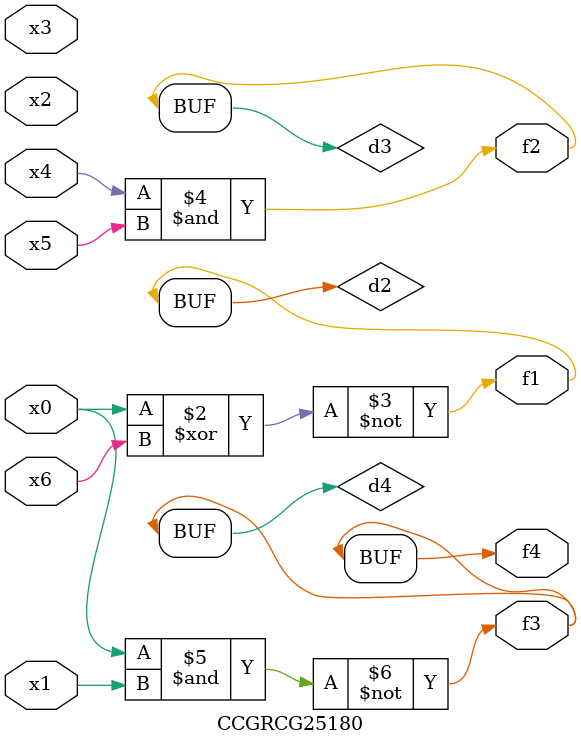
<source format=v>
module CCGRCG25180(
	input x0, x1, x2, x3, x4, x5, x6,
	output f1, f2, f3, f4
);

	wire d1, d2, d3, d4;

	nor (d1, x0);
	xnor (d2, x0, x6);
	and (d3, x4, x5);
	nand (d4, x0, x1);
	assign f1 = d2;
	assign f2 = d3;
	assign f3 = d4;
	assign f4 = d4;
endmodule

</source>
